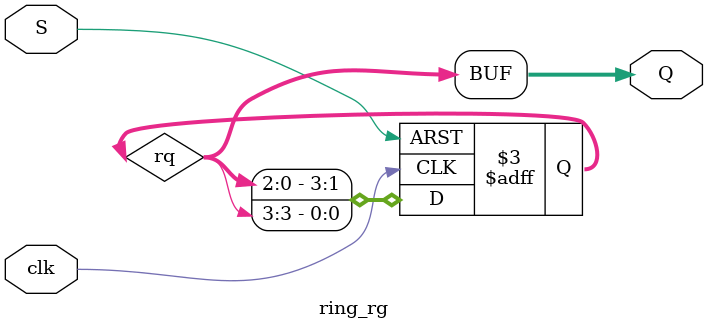
<source format=v>
module ring_rg #(parameter N=4) (
	input clk, S,
	output [N-1:0] Q
);

	reg [N-1:0] rq;
	assign Q = rq;
	
	always @(posedge clk, negedge S) begin
		if (~S) rq <= 1'b1;
		else begin 
			rq[N-1:1] <= rq[N-2:0];
			rq[0] <= rq[N-1];
		end
	end
	
endmodule
</source>
